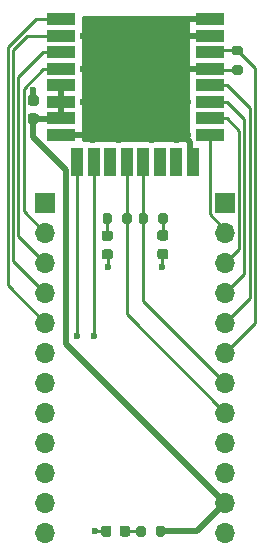
<source format=gbr>
%TF.GenerationSoftware,KiCad,Pcbnew,5.1.10-88a1d61d58~90~ubuntu20.04.1*%
%TF.CreationDate,2021-07-31T22:23:30+02:00*%
%TF.ProjectId,dwm_nano_shield,64776d5f-6e61-46e6-9f5f-736869656c64,rev?*%
%TF.SameCoordinates,Original*%
%TF.FileFunction,Copper,L1,Top*%
%TF.FilePolarity,Positive*%
%FSLAX46Y46*%
G04 Gerber Fmt 4.6, Leading zero omitted, Abs format (unit mm)*
G04 Created by KiCad (PCBNEW 5.1.10-88a1d61d58~90~ubuntu20.04.1) date 2021-07-31 22:23:30*
%MOMM*%
%LPD*%
G01*
G04 APERTURE LIST*
%TA.AperFunction,ComponentPad*%
%ADD10O,1.700000X1.700000*%
%TD*%
%TA.AperFunction,ComponentPad*%
%ADD11R,1.700000X1.700000*%
%TD*%
%TA.AperFunction,SMDPad,CuDef*%
%ADD12R,2.450000X1.000000*%
%TD*%
%TA.AperFunction,SMDPad,CuDef*%
%ADD13R,1.000000X2.450000*%
%TD*%
%TA.AperFunction,ViaPad*%
%ADD14C,0.600000*%
%TD*%
%TA.AperFunction,Conductor*%
%ADD15C,0.250000*%
%TD*%
%TA.AperFunction,Conductor*%
%ADD16C,0.500000*%
%TD*%
%TA.AperFunction,Conductor*%
%ADD17C,0.254000*%
%TD*%
%TA.AperFunction,Conductor*%
%ADD18C,0.100000*%
%TD*%
G04 APERTURE END LIST*
%TO.P,R4,2*%
%TO.N,Net-(D3-Pad2)*%
%TA.AperFunction,SMDPad,CuDef*%
G36*
G01*
X147974000Y-106405000D02*
X147974000Y-106955000D01*
G75*
G02*
X147774000Y-107155000I-200000J0D01*
G01*
X147374000Y-107155000D01*
G75*
G02*
X147174000Y-106955000I0J200000D01*
G01*
X147174000Y-106405000D01*
G75*
G02*
X147374000Y-106205000I200000J0D01*
G01*
X147774000Y-106205000D01*
G75*
G02*
X147974000Y-106405000I0J-200000D01*
G01*
G37*
%TD.AperFunction*%
%TO.P,R4,1*%
%TO.N,+3V3*%
%TA.AperFunction,SMDPad,CuDef*%
G36*
G01*
X149624000Y-106405000D02*
X149624000Y-106955000D01*
G75*
G02*
X149424000Y-107155000I-200000J0D01*
G01*
X149024000Y-107155000D01*
G75*
G02*
X148824000Y-106955000I0J200000D01*
G01*
X148824000Y-106405000D01*
G75*
G02*
X149024000Y-106205000I200000J0D01*
G01*
X149424000Y-106205000D01*
G75*
G02*
X149624000Y-106405000I0J-200000D01*
G01*
G37*
%TD.AperFunction*%
%TD*%
%TO.P,D3,2*%
%TO.N,Net-(D3-Pad2)*%
%TA.AperFunction,SMDPad,CuDef*%
G36*
G01*
X145765000Y-106936250D02*
X145765000Y-106423750D01*
G75*
G02*
X145983750Y-106205000I218750J0D01*
G01*
X146421250Y-106205000D01*
G75*
G02*
X146640000Y-106423750I0J-218750D01*
G01*
X146640000Y-106936250D01*
G75*
G02*
X146421250Y-107155000I-218750J0D01*
G01*
X145983750Y-107155000D01*
G75*
G02*
X145765000Y-106936250I0J218750D01*
G01*
G37*
%TD.AperFunction*%
%TO.P,D3,1*%
%TO.N,GND*%
%TA.AperFunction,SMDPad,CuDef*%
G36*
G01*
X144190000Y-106936250D02*
X144190000Y-106423750D01*
G75*
G02*
X144408750Y-106205000I218750J0D01*
G01*
X144846250Y-106205000D01*
G75*
G02*
X145065000Y-106423750I0J-218750D01*
G01*
X145065000Y-106936250D01*
G75*
G02*
X144846250Y-107155000I-218750J0D01*
G01*
X144408750Y-107155000D01*
G75*
G02*
X144190000Y-106936250I0J218750D01*
G01*
G37*
%TD.AperFunction*%
%TD*%
D10*
%TO.P,P2,12*%
%TO.N,/13*%
X154686000Y-106807000D03*
%TO.P,P2,11*%
%TO.N,+3V3*%
X154686000Y-104267000D03*
%TO.P,P2,10*%
%TO.N,/AREF*%
X154686000Y-101727000D03*
%TO.P,P2,9*%
%TO.N,/A0*%
X154686000Y-99187000D03*
%TO.P,P2,8*%
%TO.N,/A1*%
X154686000Y-96647000D03*
%TO.P,P2,7*%
%TO.N,/A2*%
X154686000Y-94107000D03*
%TO.P,P2,6*%
%TO.N,/A3*%
X154686000Y-91567000D03*
%TO.P,P2,5*%
%TO.N,/A4(SCK)*%
X154686000Y-89027000D03*
%TO.P,P2,4*%
%TO.N,/A5(MISO)*%
X154686000Y-86487000D03*
%TO.P,P2,3*%
%TO.N,/A6(MOSI)*%
X154686000Y-83947000D03*
%TO.P,P2,2*%
%TO.N,/A7(SS)*%
X154686000Y-81407000D03*
D11*
%TO.P,P2,1*%
%TO.N,Net-(P2-Pad1)*%
X154686000Y-78867000D03*
%TD*%
D10*
%TO.P,P1,12*%
%TO.N,/D12*%
X139446000Y-106807000D03*
%TO.P,P1,11*%
%TO.N,/D11*%
X139446000Y-104267000D03*
%TO.P,P1,10*%
%TO.N,/D10*%
X139446000Y-101727000D03*
%TO.P,P1,9*%
%TO.N,/D9*%
X139446000Y-99187000D03*
%TO.P,P1,8*%
%TO.N,/D8*%
X139446000Y-96647000D03*
%TO.P,P1,7*%
%TO.N,/D7*%
X139446000Y-94107000D03*
%TO.P,P1,6*%
%TO.N,/D6*%
X139446000Y-91567000D03*
%TO.P,P1,5*%
%TO.N,/D5*%
X139446000Y-89027000D03*
%TO.P,P1,4*%
%TO.N,/D4*%
X139446000Y-86487000D03*
%TO.P,P1,3*%
%TO.N,/D3*%
X139446000Y-83947000D03*
%TO.P,P1,2*%
%TO.N,/D2*%
X139446000Y-81407000D03*
D11*
%TO.P,P1,1*%
%TO.N,GND*%
X139446000Y-78867000D03*
%TD*%
%TO.P,D2,2*%
%TO.N,Net-(D2-Pad2)*%
%TA.AperFunction,SMDPad,CuDef*%
G36*
G01*
X149671750Y-82073000D02*
X149159250Y-82073000D01*
G75*
G02*
X148940500Y-81854250I0J218750D01*
G01*
X148940500Y-81416750D01*
G75*
G02*
X149159250Y-81198000I218750J0D01*
G01*
X149671750Y-81198000D01*
G75*
G02*
X149890500Y-81416750I0J-218750D01*
G01*
X149890500Y-81854250D01*
G75*
G02*
X149671750Y-82073000I-218750J0D01*
G01*
G37*
%TD.AperFunction*%
%TO.P,D2,1*%
%TO.N,GND*%
%TA.AperFunction,SMDPad,CuDef*%
G36*
G01*
X149671750Y-83648000D02*
X149159250Y-83648000D01*
G75*
G02*
X148940500Y-83429250I0J218750D01*
G01*
X148940500Y-82991750D01*
G75*
G02*
X149159250Y-82773000I218750J0D01*
G01*
X149671750Y-82773000D01*
G75*
G02*
X149890500Y-82991750I0J-218750D01*
G01*
X149890500Y-83429250D01*
G75*
G02*
X149671750Y-83648000I-218750J0D01*
G01*
G37*
%TD.AperFunction*%
%TD*%
%TO.P,D1,2*%
%TO.N,Net-(D1-Pad2)*%
%TA.AperFunction,SMDPad,CuDef*%
G36*
G01*
X144972750Y-82098500D02*
X144460250Y-82098500D01*
G75*
G02*
X144241500Y-81879750I0J218750D01*
G01*
X144241500Y-81442250D01*
G75*
G02*
X144460250Y-81223500I218750J0D01*
G01*
X144972750Y-81223500D01*
G75*
G02*
X145191500Y-81442250I0J-218750D01*
G01*
X145191500Y-81879750D01*
G75*
G02*
X144972750Y-82098500I-218750J0D01*
G01*
G37*
%TD.AperFunction*%
%TO.P,D1,1*%
%TO.N,GND*%
%TA.AperFunction,SMDPad,CuDef*%
G36*
G01*
X144972750Y-83673500D02*
X144460250Y-83673500D01*
G75*
G02*
X144241500Y-83454750I0J218750D01*
G01*
X144241500Y-83017250D01*
G75*
G02*
X144460250Y-82798500I218750J0D01*
G01*
X144972750Y-82798500D01*
G75*
G02*
X145191500Y-83017250I0J-218750D01*
G01*
X145191500Y-83454750D01*
G75*
G02*
X144972750Y-83673500I-218750J0D01*
G01*
G37*
%TD.AperFunction*%
%TD*%
%TO.P,C1,2*%
%TO.N,GND*%
%TA.AperFunction,SMDPad,CuDef*%
G36*
G01*
X138680000Y-70655000D02*
X138180000Y-70655000D01*
G75*
G02*
X137955000Y-70430000I0J225000D01*
G01*
X137955000Y-69980000D01*
G75*
G02*
X138180000Y-69755000I225000J0D01*
G01*
X138680000Y-69755000D01*
G75*
G02*
X138905000Y-69980000I0J-225000D01*
G01*
X138905000Y-70430000D01*
G75*
G02*
X138680000Y-70655000I-225000J0D01*
G01*
G37*
%TD.AperFunction*%
%TO.P,C1,1*%
%TO.N,+3V3*%
%TA.AperFunction,SMDPad,CuDef*%
G36*
G01*
X138680000Y-72205000D02*
X138180000Y-72205000D01*
G75*
G02*
X137955000Y-71980000I0J225000D01*
G01*
X137955000Y-71530000D01*
G75*
G02*
X138180000Y-71305000I225000J0D01*
G01*
X138680000Y-71305000D01*
G75*
G02*
X138905000Y-71530000I0J-225000D01*
G01*
X138905000Y-71980000D01*
G75*
G02*
X138680000Y-72205000I-225000J0D01*
G01*
G37*
%TD.AperFunction*%
%TD*%
%TO.P,R3,2*%
%TO.N,Net-(D1-Pad2)*%
%TA.AperFunction,SMDPad,CuDef*%
G36*
G01*
X145117000Y-79925500D02*
X145117000Y-80475500D01*
G75*
G02*
X144917000Y-80675500I-200000J0D01*
G01*
X144517000Y-80675500D01*
G75*
G02*
X144317000Y-80475500I0J200000D01*
G01*
X144317000Y-79925500D01*
G75*
G02*
X144517000Y-79725500I200000J0D01*
G01*
X144917000Y-79725500D01*
G75*
G02*
X145117000Y-79925500I0J-200000D01*
G01*
G37*
%TD.AperFunction*%
%TO.P,R3,1*%
%TO.N,/A1*%
%TA.AperFunction,SMDPad,CuDef*%
G36*
G01*
X146767000Y-79925500D02*
X146767000Y-80475500D01*
G75*
G02*
X146567000Y-80675500I-200000J0D01*
G01*
X146167000Y-80675500D01*
G75*
G02*
X145967000Y-80475500I0J200000D01*
G01*
X145967000Y-79925500D01*
G75*
G02*
X146167000Y-79725500I200000J0D01*
G01*
X146567000Y-79725500D01*
G75*
G02*
X146767000Y-79925500I0J-200000D01*
G01*
G37*
%TD.AperFunction*%
%TD*%
%TO.P,R2,2*%
%TO.N,Net-(D2-Pad2)*%
%TA.AperFunction,SMDPad,CuDef*%
G36*
G01*
X149015000Y-80475500D02*
X149015000Y-79925500D01*
G75*
G02*
X149215000Y-79725500I200000J0D01*
G01*
X149615000Y-79725500D01*
G75*
G02*
X149815000Y-79925500I0J-200000D01*
G01*
X149815000Y-80475500D01*
G75*
G02*
X149615000Y-80675500I-200000J0D01*
G01*
X149215000Y-80675500D01*
G75*
G02*
X149015000Y-80475500I0J200000D01*
G01*
G37*
%TD.AperFunction*%
%TO.P,R2,1*%
%TO.N,/A2*%
%TA.AperFunction,SMDPad,CuDef*%
G36*
G01*
X147365000Y-80475500D02*
X147365000Y-79925500D01*
G75*
G02*
X147565000Y-79725500I200000J0D01*
G01*
X147965000Y-79725500D01*
G75*
G02*
X148165000Y-79925500I0J-200000D01*
G01*
X148165000Y-80475500D01*
G75*
G02*
X147965000Y-80675500I-200000J0D01*
G01*
X147565000Y-80675500D01*
G75*
G02*
X147365000Y-80475500I0J200000D01*
G01*
G37*
%TD.AperFunction*%
%TD*%
%TO.P,R1,2*%
%TO.N,GND*%
%TA.AperFunction,SMDPad,CuDef*%
G36*
G01*
X155427000Y-67227000D02*
X155977000Y-67227000D01*
G75*
G02*
X156177000Y-67427000I0J-200000D01*
G01*
X156177000Y-67827000D01*
G75*
G02*
X155977000Y-68027000I-200000J0D01*
G01*
X155427000Y-68027000D01*
G75*
G02*
X155227000Y-67827000I0J200000D01*
G01*
X155227000Y-67427000D01*
G75*
G02*
X155427000Y-67227000I200000J0D01*
G01*
G37*
%TD.AperFunction*%
%TO.P,R1,1*%
%TO.N,/A3*%
%TA.AperFunction,SMDPad,CuDef*%
G36*
G01*
X155427000Y-65577000D02*
X155977000Y-65577000D01*
G75*
G02*
X156177000Y-65777000I0J-200000D01*
G01*
X156177000Y-66177000D01*
G75*
G02*
X155977000Y-66377000I-200000J0D01*
G01*
X155427000Y-66377000D01*
G75*
G02*
X155227000Y-66177000I0J200000D01*
G01*
X155227000Y-65777000D01*
G75*
G02*
X155427000Y-65577000I200000J0D01*
G01*
G37*
%TD.AperFunction*%
%TD*%
D12*
%TO.P,DWM1,24*%
%TO.N,GND*%
X153366000Y-63336200D03*
%TO.P,DWM1,23*%
X153366000Y-64736200D03*
%TO.P,DWM1,22*%
%TO.N,/A3*%
X153366000Y-66136200D03*
%TO.P,DWM1,21*%
%TO.N,GND*%
X153366000Y-67536200D03*
%TO.P,DWM1,20*%
%TO.N,/A4(SCK)*%
X153366000Y-68936200D03*
%TO.P,DWM1,19*%
%TO.N,/A5(MISO)*%
X153366000Y-70336200D03*
%TO.P,DWM1,18*%
%TO.N,/A6(MOSI)*%
X153366000Y-71735000D03*
%TO.P,DWM1,17*%
%TO.N,/A7(SS)*%
X153366000Y-73135000D03*
D13*
%TO.P,DWM1,16*%
%TO.N,GND*%
X151966000Y-75431200D03*
%TO.P,DWM1,15*%
%TO.N,Net-(DWM1-Pad15)*%
X150566000Y-75431200D03*
%TO.P,DWM1,14*%
%TO.N,Net-(DWM1-Pad14)*%
X149166000Y-75431200D03*
%TO.P,DWM1,13*%
%TO.N,/A2*%
X147766000Y-75431200D03*
%TO.P,DWM1,12*%
%TO.N,/A1*%
X146366000Y-75431200D03*
%TO.P,DWM1,11*%
%TO.N,Net-(DWM1-Pad11)*%
X144966000Y-75431200D03*
%TO.P,DWM1,10*%
%TO.N,/D7*%
X143566000Y-75431200D03*
%TO.P,DWM1,9*%
%TO.N,/D6*%
X142166000Y-75431200D03*
D12*
%TO.P,DWM1,8*%
%TO.N,GND*%
X140766000Y-73136200D03*
%TO.P,DWM1,7*%
%TO.N,+3V3*%
X140766000Y-71736200D03*
%TO.P,DWM1,6*%
X140766000Y-70336200D03*
%TO.P,DWM1,5*%
X140766000Y-68936200D03*
%TO.P,DWM1,4*%
%TO.N,/D2*%
X140766000Y-67536200D03*
%TO.P,DWM1,3*%
%TO.N,/D3*%
X140766000Y-66136200D03*
%TO.P,DWM1,2*%
%TO.N,/D4*%
X140766000Y-64736200D03*
%TO.P,DWM1,1*%
%TO.N,/D5*%
X140766000Y-63336200D03*
%TD*%
D14*
%TO.N,GND*%
X144780000Y-84328000D03*
X149352000Y-84328000D03*
X138430000Y-69342000D03*
X151511000Y-73152000D03*
X150622000Y-73533000D03*
X145669000Y-73533000D03*
X151511000Y-67564000D03*
X151511000Y-64770000D03*
X142621000Y-73152000D03*
X148463000Y-73533000D03*
X142621000Y-70358000D03*
X142621000Y-67564000D03*
X142621000Y-64770000D03*
X151511000Y-70358000D03*
X148463000Y-70358000D03*
X145669000Y-70358000D03*
X148463000Y-67564000D03*
X145669000Y-67564000D03*
X148463000Y-64770000D03*
X145669000Y-64770000D03*
X143510000Y-73533000D03*
X143637000Y-106680000D03*
X143637000Y-106680000D03*
X143637000Y-106680000D03*
X143637000Y-106680000D03*
%TO.N,/D6*%
X142176500Y-90170000D03*
%TO.N,/D7*%
X143573500Y-90170000D03*
%TD*%
D15*
%TO.N,GND*%
X153456800Y-67627000D02*
X153366000Y-67536200D01*
X155702000Y-67627000D02*
X152821800Y-67627000D01*
D16*
X153332200Y-64770000D02*
X153366000Y-64736200D01*
X151511000Y-64770000D02*
X153332200Y-64770000D01*
X153338200Y-67564000D02*
X153366000Y-67536200D01*
X151511000Y-67564000D02*
X153338200Y-67564000D01*
X142605200Y-73136200D02*
X142621000Y-73152000D01*
X140766000Y-73136200D02*
X142605200Y-73136200D01*
D15*
X144780000Y-83210500D02*
X144716500Y-83147000D01*
X144780000Y-84328000D02*
X144780000Y-83210500D01*
X149352000Y-83236000D02*
X149415500Y-83172500D01*
X149352000Y-84328000D02*
X149352000Y-83236000D01*
D16*
X153366000Y-63336200D02*
X151547800Y-63336200D01*
X151690999Y-75156199D02*
X151690999Y-73712999D01*
X151966000Y-75431200D02*
X151690999Y-75156199D01*
X151690999Y-73712999D02*
X150622000Y-72644000D01*
X138430000Y-69342000D02*
X138430000Y-70205000D01*
D15*
X143637000Y-106680000D02*
X144627500Y-106680000D01*
%TO.N,/A3*%
X153525200Y-65977000D02*
X153366000Y-66136200D01*
X155702000Y-65977000D02*
X152890200Y-65977000D01*
X157211029Y-89041971D02*
X154686000Y-91567000D01*
X157211029Y-67486029D02*
X157211029Y-89041971D01*
X155702000Y-65977000D02*
X157211029Y-67486029D01*
%TO.N,/A2*%
X147765000Y-75432200D02*
X147766000Y-75431200D01*
X147765000Y-80200500D02*
X147765000Y-75432200D01*
X147765000Y-87186000D02*
X154686000Y-94107000D01*
X147765000Y-80200500D02*
X147765000Y-87186000D01*
%TO.N,/A1*%
X146366000Y-75431200D02*
X146424200Y-75431200D01*
X146424200Y-75431200D02*
X146367000Y-75488400D01*
X146367000Y-75432200D02*
X146366000Y-75431200D01*
X146367000Y-80200500D02*
X146367000Y-75432200D01*
X146367000Y-88328000D02*
X154686000Y-96647000D01*
X146367000Y-80200500D02*
X146367000Y-88328000D01*
D16*
%TO.N,+3V3*%
X138430000Y-73335202D02*
X138430000Y-71755000D01*
X140747200Y-71755000D02*
X140766000Y-71736200D01*
X138430000Y-71755000D02*
X140747200Y-71755000D01*
X140766000Y-71736200D02*
X140766000Y-70336200D01*
X140766000Y-70336200D02*
X140766000Y-68936200D01*
X154686000Y-104267000D02*
X141215999Y-90796999D01*
X141215999Y-90796999D02*
X141215999Y-76121201D01*
X141215999Y-76121201D02*
X138430000Y-73335202D01*
X152273000Y-106680000D02*
X154686000Y-104267000D01*
X149224000Y-106680000D02*
X152273000Y-106680000D01*
D15*
%TO.N,Net-(D2-Pad2)*%
X149415000Y-81597000D02*
X149415500Y-81597500D01*
X149415000Y-80200500D02*
X149415000Y-81597000D01*
%TO.N,Net-(D1-Pad2)*%
X144717000Y-81571500D02*
X144716500Y-81572000D01*
X144717000Y-80200500D02*
X144717000Y-81571500D01*
%TO.N,/A4(SCK)*%
X156761020Y-86951980D02*
X154686000Y-89027000D01*
X156761020Y-70856220D02*
X156761020Y-86951980D01*
X154841000Y-68936200D02*
X156761020Y-70856220D01*
X153366000Y-68936200D02*
X154841000Y-68936200D01*
%TO.N,/A5(MISO)*%
X156311010Y-84861990D02*
X154686000Y-86487000D01*
X156311010Y-71806210D02*
X156311010Y-84861990D01*
X154841000Y-70336200D02*
X156311010Y-71806210D01*
X153366000Y-70336200D02*
X154841000Y-70336200D01*
%TO.N,/A6(MOSI)*%
X155861001Y-82771999D02*
X154686000Y-83947000D01*
X155861001Y-72755001D02*
X155861001Y-82771999D01*
X154841000Y-71735000D02*
X155861001Y-72755001D01*
X153366000Y-71735000D02*
X154841000Y-71735000D01*
%TO.N,/A7(SS)*%
X154686000Y-81152002D02*
X154686000Y-81407000D01*
X153366000Y-79832002D02*
X154686000Y-81152002D01*
X153366000Y-73135000D02*
X153366000Y-79832002D01*
%TO.N,/D6*%
X142166000Y-90159500D02*
X142176500Y-90170000D01*
X142166000Y-75431200D02*
X142166000Y-90159500D01*
%TO.N,/D7*%
X143566000Y-75431200D02*
X143630200Y-75431200D01*
X143566000Y-90162500D02*
X143573500Y-90170000D01*
X143566000Y-75431200D02*
X143566000Y-90162500D01*
%TO.N,/D2*%
X137629990Y-79590990D02*
X139446000Y-81407000D01*
X137629990Y-69197210D02*
X137629990Y-79590990D01*
X139291000Y-67536200D02*
X137629990Y-69197210D01*
X140766000Y-67536200D02*
X139291000Y-67536200D01*
%TO.N,/D3*%
X137179980Y-81680980D02*
X139446000Y-83947000D01*
X137179980Y-68247220D02*
X137179980Y-81680980D01*
X139291000Y-66136200D02*
X137179980Y-68247220D01*
X140766000Y-66136200D02*
X139291000Y-66136200D01*
%TO.N,/D4*%
X137892300Y-64736200D02*
X140766000Y-64736200D01*
X136729970Y-65898530D02*
X137892300Y-64736200D01*
X136729970Y-83770970D02*
X136729970Y-65898530D01*
X139446000Y-86487000D02*
X136729970Y-83770970D01*
%TO.N,/D5*%
X136279960Y-85860960D02*
X139446000Y-89027000D01*
X136279960Y-65712130D02*
X136279960Y-85860960D01*
X138655890Y-63336200D02*
X140766000Y-63336200D01*
X136279960Y-65712130D02*
X138655890Y-63336200D01*
%TO.N,Net-(D3-Pad2)*%
X146202500Y-106680000D02*
X147574000Y-106680000D01*
%TD*%
D17*
%TO.N,GND*%
X151511000Y-63616950D02*
X151506000Y-63621950D01*
X151502928Y-63836200D01*
X151511000Y-63918159D01*
X151511000Y-64154241D01*
X151502928Y-64236200D01*
X151506000Y-64450450D01*
X151511000Y-64455450D01*
X151511000Y-65016950D01*
X151506000Y-65021950D01*
X151502928Y-65236200D01*
X151511000Y-65318159D01*
X151511000Y-65554241D01*
X151502928Y-65636200D01*
X151502928Y-66636200D01*
X151511000Y-66718159D01*
X151511000Y-66954241D01*
X151502928Y-67036200D01*
X151506000Y-67250450D01*
X151511000Y-67255450D01*
X151511000Y-67816950D01*
X151506000Y-67821950D01*
X151502928Y-68036200D01*
X151511000Y-68118159D01*
X151511000Y-68354241D01*
X151502928Y-68436200D01*
X151502928Y-69436200D01*
X151511000Y-69518159D01*
X151511000Y-69754241D01*
X151502928Y-69836200D01*
X151502928Y-70836200D01*
X151511000Y-70918159D01*
X151511000Y-71153041D01*
X151502928Y-71235000D01*
X151502928Y-72235000D01*
X151511000Y-72316959D01*
X151511000Y-72553041D01*
X151502928Y-72635000D01*
X151502928Y-73533000D01*
X142627592Y-73533000D01*
X142626000Y-73421950D01*
X142621000Y-73416950D01*
X142621000Y-72855450D01*
X142626000Y-72850450D01*
X142629072Y-72636200D01*
X142621000Y-72554241D01*
X142621000Y-72318159D01*
X142629072Y-72236200D01*
X142629072Y-71236200D01*
X142621000Y-71154241D01*
X142621000Y-70918159D01*
X142629072Y-70836200D01*
X142629072Y-69836200D01*
X142621000Y-69754241D01*
X142621000Y-69518159D01*
X142629072Y-69436200D01*
X142629072Y-68436200D01*
X142621000Y-68354241D01*
X142621000Y-68118159D01*
X142629072Y-68036200D01*
X142629072Y-67036200D01*
X142621000Y-66954241D01*
X142621000Y-66718159D01*
X142629072Y-66636200D01*
X142629072Y-65636200D01*
X142621000Y-65554241D01*
X142621000Y-65318159D01*
X142629072Y-65236200D01*
X142629072Y-64236200D01*
X142621000Y-64154241D01*
X142621000Y-63918159D01*
X142629072Y-63836200D01*
X142629072Y-63169000D01*
X151511000Y-63169000D01*
X151511000Y-63616950D01*
%TA.AperFunction,Conductor*%
D18*
G36*
X151511000Y-63616950D02*
G01*
X151506000Y-63621950D01*
X151502928Y-63836200D01*
X151511000Y-63918159D01*
X151511000Y-64154241D01*
X151502928Y-64236200D01*
X151506000Y-64450450D01*
X151511000Y-64455450D01*
X151511000Y-65016950D01*
X151506000Y-65021950D01*
X151502928Y-65236200D01*
X151511000Y-65318159D01*
X151511000Y-65554241D01*
X151502928Y-65636200D01*
X151502928Y-66636200D01*
X151511000Y-66718159D01*
X151511000Y-66954241D01*
X151502928Y-67036200D01*
X151506000Y-67250450D01*
X151511000Y-67255450D01*
X151511000Y-67816950D01*
X151506000Y-67821950D01*
X151502928Y-68036200D01*
X151511000Y-68118159D01*
X151511000Y-68354241D01*
X151502928Y-68436200D01*
X151502928Y-69436200D01*
X151511000Y-69518159D01*
X151511000Y-69754241D01*
X151502928Y-69836200D01*
X151502928Y-70836200D01*
X151511000Y-70918159D01*
X151511000Y-71153041D01*
X151502928Y-71235000D01*
X151502928Y-72235000D01*
X151511000Y-72316959D01*
X151511000Y-72553041D01*
X151502928Y-72635000D01*
X151502928Y-73533000D01*
X142627592Y-73533000D01*
X142626000Y-73421950D01*
X142621000Y-73416950D01*
X142621000Y-72855450D01*
X142626000Y-72850450D01*
X142629072Y-72636200D01*
X142621000Y-72554241D01*
X142621000Y-72318159D01*
X142629072Y-72236200D01*
X142629072Y-71236200D01*
X142621000Y-71154241D01*
X142621000Y-70918159D01*
X142629072Y-70836200D01*
X142629072Y-69836200D01*
X142621000Y-69754241D01*
X142621000Y-69518159D01*
X142629072Y-69436200D01*
X142629072Y-68436200D01*
X142621000Y-68354241D01*
X142621000Y-68118159D01*
X142629072Y-68036200D01*
X142629072Y-67036200D01*
X142621000Y-66954241D01*
X142621000Y-66718159D01*
X142629072Y-66636200D01*
X142629072Y-65636200D01*
X142621000Y-65554241D01*
X142621000Y-65318159D01*
X142629072Y-65236200D01*
X142629072Y-64236200D01*
X142621000Y-64154241D01*
X142621000Y-63918159D01*
X142629072Y-63836200D01*
X142629072Y-63169000D01*
X151511000Y-63169000D01*
X151511000Y-63616950D01*
G37*
%TD.AperFunction*%
%TD*%
M02*

</source>
